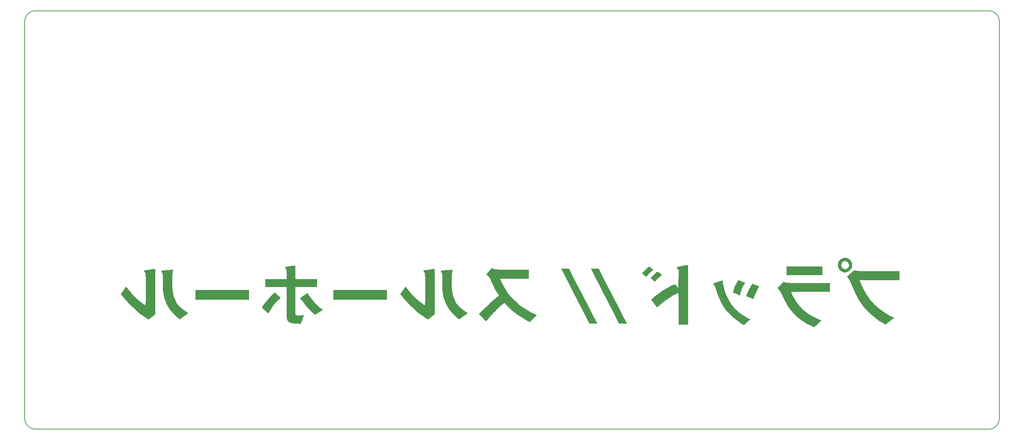
<source format=gbr>
%TF.GenerationSoftware,KiCad,Pcbnew,(5.1.2-1)-1*%
%TF.CreationDate,2019-08-21T16:13:26-07:00*%
%TF.ProjectId,plaid_bottom,706c6169-645f-4626-9f74-746f6d2e6b69,rev?*%
%TF.SameCoordinates,PX2faf080PY2faf080*%
%TF.FileFunction,Legend,Bot*%
%TF.FilePolarity,Positive*%
%FSLAX46Y46*%
G04 Gerber Fmt 4.6, Leading zero omitted, Abs format (unit mm)*
G04 Created by KiCad (PCBNEW (5.1.2-1)-1) date 2019-08-21 16:13:26*
%MOMM*%
%LPD*%
G04 APERTURE LIST*
%ADD10C,0.150000*%
%ADD11C,0.010000*%
G04 APERTURE END LIST*
D10*
X2500000Y-98000000D02*
G75*
G02X0Y-95500000I0J2500000D01*
G01*
X228000000Y-95500000D02*
G75*
G02X225500000Y-98000000I-2500000J0D01*
G01*
X225500000Y0D02*
G75*
G02X228000000Y-2500000I0J-2500000D01*
G01*
X0Y-2500000D02*
G75*
G02X2500000Y0I2500000J0D01*
G01*
X0Y-95500000D02*
X0Y-2500000D01*
X225500000Y-98000000D02*
X2500000Y-98000000D01*
X228000000Y-2500000D02*
X228000000Y-95500000D01*
X194500000Y0D02*
X225500000Y0D01*
X194500000Y0D02*
X2500000Y0D01*
D11*
G36*
X191610258Y-57866290D02*
G01*
X191205202Y-57989155D01*
X190841678Y-58211081D01*
X190541747Y-58520932D01*
X190327473Y-58907574D01*
X190220918Y-59359872D01*
X190244144Y-59866691D01*
X190288392Y-60059871D01*
X190491873Y-60501542D01*
X190811673Y-60848208D01*
X191215615Y-61086245D01*
X191671519Y-61202024D01*
X192147209Y-61181920D01*
X192578516Y-61029667D01*
X192859740Y-60833697D01*
X193125684Y-60573844D01*
X193205666Y-60472040D01*
X193346806Y-60248885D01*
X193423730Y-60043208D01*
X193455001Y-59786414D01*
X193459666Y-59533334D01*
X192824666Y-59533334D01*
X192752060Y-59906156D01*
X192557287Y-60209561D01*
X192274915Y-60422715D01*
X191939512Y-60524783D01*
X191585646Y-60494932D01*
X191378598Y-60404887D01*
X191136044Y-60182360D01*
X190954059Y-59871514D01*
X190877585Y-59550493D01*
X190877333Y-59533333D01*
X190952556Y-59171801D01*
X191153621Y-58856909D01*
X191443625Y-58627013D01*
X191785662Y-58520468D01*
X191854899Y-58517333D01*
X192187117Y-58595214D01*
X192484366Y-58801796D01*
X192707902Y-59096490D01*
X192818981Y-59438705D01*
X192824666Y-59533334D01*
X193459666Y-59533334D01*
X193449519Y-59197073D01*
X193406598Y-58960218D01*
X193312188Y-58753429D01*
X193204534Y-58588127D01*
X192853982Y-58203403D01*
X192456710Y-57962279D01*
X192034781Y-57853619D01*
X191610258Y-57866290D01*
X191610258Y-57866290D01*
G37*
X191610258Y-57866290D02*
X191205202Y-57989155D01*
X190841678Y-58211081D01*
X190541747Y-58520932D01*
X190327473Y-58907574D01*
X190220918Y-59359872D01*
X190244144Y-59866691D01*
X190288392Y-60059871D01*
X190491873Y-60501542D01*
X190811673Y-60848208D01*
X191215615Y-61086245D01*
X191671519Y-61202024D01*
X192147209Y-61181920D01*
X192578516Y-61029667D01*
X192859740Y-60833697D01*
X193125684Y-60573844D01*
X193205666Y-60472040D01*
X193346806Y-60248885D01*
X193423730Y-60043208D01*
X193455001Y-59786414D01*
X193459666Y-59533334D01*
X192824666Y-59533334D01*
X192752060Y-59906156D01*
X192557287Y-60209561D01*
X192274915Y-60422715D01*
X191939512Y-60524783D01*
X191585646Y-60494932D01*
X191378598Y-60404887D01*
X191136044Y-60182360D01*
X190954059Y-59871514D01*
X190877585Y-59550493D01*
X190877333Y-59533333D01*
X190952556Y-59171801D01*
X191153621Y-58856909D01*
X191443625Y-58627013D01*
X191785662Y-58520468D01*
X191854899Y-58517333D01*
X192187117Y-58595214D01*
X192484366Y-58801796D01*
X192707902Y-59096490D01*
X192818981Y-59438705D01*
X192824666Y-59533334D01*
X193459666Y-59533334D01*
X193449519Y-59197073D01*
X193406598Y-58960218D01*
X193312188Y-58753429D01*
X193204534Y-58588127D01*
X192853982Y-58203403D01*
X192456710Y-57962279D01*
X192034781Y-57853619D01*
X191610258Y-57866290D01*
G36*
X178177333Y-61819334D02*
G01*
X186474666Y-61819334D01*
X186474666Y-59872000D01*
X178177333Y-59872000D01*
X178177333Y-61819334D01*
X178177333Y-61819334D01*
G37*
X178177333Y-61819334D02*
X186474666Y-61819334D01*
X186474666Y-59872000D01*
X178177333Y-59872000D01*
X178177333Y-61819334D01*
G36*
X145900479Y-60003778D02*
G01*
X145720995Y-60131704D01*
X145477678Y-60356330D01*
X145144255Y-60686719D01*
X145051185Y-60779491D01*
X144394704Y-61433174D01*
X144754852Y-61753851D01*
X145029113Y-61993150D01*
X145215759Y-62122941D01*
X145354150Y-62145746D01*
X145483648Y-62064086D01*
X145643613Y-61880483D01*
X145696786Y-61814193D01*
X145949335Y-61532982D01*
X146260802Y-61232284D01*
X146485581Y-61040611D01*
X146946590Y-60676334D01*
X146505572Y-60277811D01*
X146318677Y-60109568D01*
X146173045Y-60001773D01*
X146042404Y-59963489D01*
X145900479Y-60003778D01*
X145900479Y-60003778D01*
G37*
X145900479Y-60003778D02*
X145720995Y-60131704D01*
X145477678Y-60356330D01*
X145144255Y-60686719D01*
X145051185Y-60779491D01*
X144394704Y-61433174D01*
X144754852Y-61753851D01*
X145029113Y-61993150D01*
X145215759Y-62122941D01*
X145354150Y-62145746D01*
X145483648Y-62064086D01*
X145643613Y-61880483D01*
X145696786Y-61814193D01*
X145949335Y-61532982D01*
X146260802Y-61232284D01*
X146485581Y-61040611D01*
X146946590Y-60676334D01*
X146505572Y-60277811D01*
X146318677Y-60109568D01*
X146173045Y-60001773D01*
X146042404Y-59963489D01*
X145900479Y-60003778D01*
G36*
X147864043Y-61169267D02*
G01*
X147592659Y-61387662D01*
X147259480Y-61695266D01*
X146909431Y-62049815D01*
X146782536Y-62186738D01*
X146418072Y-62587598D01*
X146867202Y-62963645D01*
X147096683Y-63151276D01*
X147272480Y-63286626D01*
X147357736Y-63341362D01*
X147358666Y-63341471D01*
X147431042Y-63283175D01*
X147579825Y-63128724D01*
X147770239Y-62914493D01*
X148045287Y-62621076D01*
X148359515Y-62322987D01*
X148552869Y-62158968D01*
X148966260Y-61832201D01*
X148485567Y-61450867D01*
X148223687Y-61252608D01*
X148052193Y-61152884D01*
X147936463Y-61136010D01*
X147864043Y-61169267D01*
X147864043Y-61169267D01*
G37*
X147864043Y-61169267D02*
X147592659Y-61387662D01*
X147259480Y-61695266D01*
X146909431Y-62049815D01*
X146782536Y-62186738D01*
X146418072Y-62587598D01*
X146867202Y-62963645D01*
X147096683Y-63151276D01*
X147272480Y-63286626D01*
X147357736Y-63341362D01*
X147358666Y-63341471D01*
X147431042Y-63283175D01*
X147579825Y-63128724D01*
X147770239Y-62914493D01*
X148045287Y-62621076D01*
X148359515Y-62322987D01*
X148552869Y-62158968D01*
X148966260Y-61832201D01*
X148485567Y-61450867D01*
X148223687Y-61252608D01*
X148052193Y-61152884D01*
X147936463Y-61136010D01*
X147864043Y-61169267D01*
G36*
X166862577Y-63168490D02*
G01*
X166734402Y-63352498D01*
X166574243Y-63639733D01*
X166395817Y-64002528D01*
X166212841Y-64413212D01*
X166039032Y-64844117D01*
X165908619Y-65206000D01*
X165665723Y-65925667D01*
X166016028Y-66065415D01*
X166309860Y-66182483D01*
X166652640Y-66318846D01*
X166802275Y-66378306D01*
X167238217Y-66551449D01*
X167292139Y-66264020D01*
X167372323Y-65971715D01*
X167515355Y-65577272D01*
X167702093Y-65126713D01*
X167913394Y-64666060D01*
X168130116Y-64241335D01*
X168144118Y-64215735D01*
X168432441Y-63691136D01*
X167738054Y-63422570D01*
X167413795Y-63297105D01*
X167145341Y-63193136D01*
X166975416Y-63127214D01*
X166945050Y-63115380D01*
X166862577Y-63168490D01*
X166862577Y-63168490D01*
G37*
X166862577Y-63168490D02*
X166734402Y-63352498D01*
X166574243Y-63639733D01*
X166395817Y-64002528D01*
X166212841Y-64413212D01*
X166039032Y-64844117D01*
X165908619Y-65206000D01*
X165665723Y-65925667D01*
X166016028Y-66065415D01*
X166309860Y-66182483D01*
X166652640Y-66318846D01*
X166802275Y-66378306D01*
X167238217Y-66551449D01*
X167292139Y-66264020D01*
X167372323Y-65971715D01*
X167515355Y-65577272D01*
X167702093Y-65126713D01*
X167913394Y-64666060D01*
X168130116Y-64241335D01*
X168144118Y-64215735D01*
X168432441Y-63691136D01*
X167738054Y-63422570D01*
X167413795Y-63297105D01*
X167145341Y-63193136D01*
X166975416Y-63127214D01*
X166945050Y-63115380D01*
X166862577Y-63168490D01*
G36*
X169799939Y-64511037D02*
G01*
X169608490Y-64857507D01*
X169395823Y-65280597D01*
X169185399Y-65729532D01*
X169000679Y-66153540D01*
X168865122Y-66501845D01*
X168828395Y-66613671D01*
X168826604Y-66772163D01*
X168925126Y-66836817D01*
X169071013Y-66885380D01*
X169327753Y-66976941D01*
X169647863Y-67094465D01*
X169758701Y-67135814D01*
X170441735Y-67391670D01*
X170543707Y-67010408D01*
X170642525Y-66723795D01*
X170807206Y-66334627D01*
X171017369Y-65886074D01*
X171252637Y-65421309D01*
X171492630Y-64983503D01*
X171534905Y-64910642D01*
X171748303Y-64546505D01*
X171385651Y-64420361D01*
X171085785Y-64311563D01*
X170737942Y-64179175D01*
X170580969Y-64117317D01*
X170138938Y-63940417D01*
X169799939Y-64511037D01*
X169799939Y-64511037D01*
G37*
X169799939Y-64511037D02*
X169608490Y-64857507D01*
X169395823Y-65280597D01*
X169185399Y-65729532D01*
X169000679Y-66153540D01*
X168865122Y-66501845D01*
X168828395Y-66613671D01*
X168826604Y-66772163D01*
X168925126Y-66836817D01*
X169071013Y-66885380D01*
X169327753Y-66976941D01*
X169647863Y-67094465D01*
X169758701Y-67135814D01*
X170441735Y-67391670D01*
X170543707Y-67010408D01*
X170642525Y-66723795D01*
X170807206Y-66334627D01*
X171017369Y-65886074D01*
X171252637Y-65421309D01*
X171492630Y-64983503D01*
X171534905Y-64910642D01*
X171748303Y-64546505D01*
X171385651Y-64420361D01*
X171085785Y-64311563D01*
X170737942Y-64179175D01*
X170580969Y-64117317D01*
X170138938Y-63940417D01*
X169799939Y-64511037D01*
G36*
X39916666Y-67576667D02*
G01*
X52362666Y-67576667D01*
X52362666Y-65375334D01*
X39916666Y-65375334D01*
X39916666Y-67576667D01*
X39916666Y-67576667D01*
G37*
X39916666Y-67576667D02*
X52362666Y-67576667D01*
X52362666Y-65375334D01*
X39916666Y-65375334D01*
X39916666Y-67576667D01*
G36*
X72174666Y-67576667D02*
G01*
X84620666Y-67576667D01*
X84620666Y-65375334D01*
X72174666Y-65375334D01*
X72174666Y-67576667D01*
X72174666Y-67576667D01*
G37*
X72174666Y-67576667D02*
X84620666Y-67576667D01*
X84620666Y-65375334D01*
X72174666Y-65375334D01*
X72174666Y-67576667D01*
G36*
X57780809Y-66582234D02*
G01*
X57492183Y-66886334D01*
X57173488Y-67246941D01*
X56841364Y-67642313D01*
X56512452Y-68050710D01*
X56203391Y-68450390D01*
X55930822Y-68819611D01*
X55711384Y-69136633D01*
X55561718Y-69379713D01*
X55498464Y-69527110D01*
X55503665Y-69557476D01*
X55579257Y-69620307D01*
X55758169Y-69766980D01*
X56012328Y-69974526D01*
X56266517Y-70181612D01*
X56995367Y-70774825D01*
X57305114Y-70245320D01*
X58073438Y-69070955D01*
X58930496Y-68017381D01*
X59123770Y-67809988D01*
X59767308Y-67136405D01*
X59388154Y-66804577D01*
X59113602Y-66567518D01*
X58832485Y-66329717D01*
X58700988Y-66220775D01*
X58392977Y-65968801D01*
X57780809Y-66582234D01*
X57780809Y-66582234D01*
G37*
X57780809Y-66582234D02*
X57492183Y-66886334D01*
X57173488Y-67246941D01*
X56841364Y-67642313D01*
X56512452Y-68050710D01*
X56203391Y-68450390D01*
X55930822Y-68819611D01*
X55711384Y-69136633D01*
X55561718Y-69379713D01*
X55498464Y-69527110D01*
X55503665Y-69557476D01*
X55579257Y-69620307D01*
X55758169Y-69766980D01*
X56012328Y-69974526D01*
X56266517Y-70181612D01*
X56995367Y-70774825D01*
X57305114Y-70245320D01*
X58073438Y-69070955D01*
X58930496Y-68017381D01*
X59123770Y-67809988D01*
X59767308Y-67136405D01*
X59388154Y-66804577D01*
X59113602Y-66567518D01*
X58832485Y-66329717D01*
X58700988Y-66220775D01*
X58392977Y-65968801D01*
X57780809Y-66582234D01*
G36*
X66041712Y-66181645D02*
G01*
X65861214Y-66287585D01*
X65611763Y-66446166D01*
X65327753Y-66634464D01*
X65043576Y-66829550D01*
X64793626Y-67008499D01*
X64612297Y-67148385D01*
X64575833Y-67179838D01*
X64419534Y-67350625D01*
X64410845Y-67466899D01*
X64550489Y-67558401D01*
X64585391Y-67572253D01*
X64720359Y-67673000D01*
X64915311Y-67879627D01*
X65137823Y-68156117D01*
X65250464Y-68310991D01*
X65537388Y-68700442D01*
X65872671Y-69126842D01*
X66191605Y-69508320D01*
X66242671Y-69566334D01*
X66496635Y-69842446D01*
X66785630Y-70141876D01*
X67084034Y-70439892D01*
X67366223Y-70711768D01*
X67606573Y-70932774D01*
X67779460Y-71078182D01*
X67856666Y-71123952D01*
X67942327Y-71079258D01*
X68132648Y-70963178D01*
X68391280Y-70798078D01*
X68474693Y-70743684D01*
X68791291Y-70540700D01*
X69094262Y-70353925D01*
X69323960Y-70220031D01*
X69345252Y-70208462D01*
X69640118Y-70050424D01*
X69225771Y-69746265D01*
X68866470Y-69449858D01*
X68443825Y-69049303D01*
X67990408Y-68580001D01*
X67538791Y-68077354D01*
X67121545Y-67576763D01*
X66771242Y-67113628D01*
X66675397Y-66974318D01*
X66461764Y-66655012D01*
X66284402Y-66391682D01*
X66163237Y-66213797D01*
X66118862Y-66151274D01*
X66041712Y-66181645D01*
X66041712Y-66181645D01*
G37*
X66041712Y-66181645D02*
X65861214Y-66287585D01*
X65611763Y-66446166D01*
X65327753Y-66634464D01*
X65043576Y-66829550D01*
X64793626Y-67008499D01*
X64612297Y-67148385D01*
X64575833Y-67179838D01*
X64419534Y-67350625D01*
X64410845Y-67466899D01*
X64550489Y-67558401D01*
X64585391Y-67572253D01*
X64720359Y-67673000D01*
X64915311Y-67879627D01*
X65137823Y-68156117D01*
X65250464Y-68310991D01*
X65537388Y-68700442D01*
X65872671Y-69126842D01*
X66191605Y-69508320D01*
X66242671Y-69566334D01*
X66496635Y-69842446D01*
X66785630Y-70141876D01*
X67084034Y-70439892D01*
X67366223Y-70711768D01*
X67606573Y-70932774D01*
X67779460Y-71078182D01*
X67856666Y-71123952D01*
X67942327Y-71079258D01*
X68132648Y-70963178D01*
X68391280Y-70798078D01*
X68474693Y-70743684D01*
X68791291Y-70540700D01*
X69094262Y-70353925D01*
X69323960Y-70220031D01*
X69345252Y-70208462D01*
X69640118Y-70050424D01*
X69225771Y-69746265D01*
X68866470Y-69449858D01*
X68443825Y-69049303D01*
X67990408Y-68580001D01*
X67538791Y-68077354D01*
X67121545Y-67576763D01*
X66771242Y-67113628D01*
X66675397Y-66974318D01*
X66461764Y-66655012D01*
X66284402Y-66391682D01*
X66163237Y-66213797D01*
X66118862Y-66151274D01*
X66041712Y-66181645D01*
G36*
X30158833Y-60493363D02*
G01*
X29955526Y-60523604D01*
X29636591Y-60565592D01*
X29254713Y-60612534D01*
X29037330Y-60637958D01*
X28559931Y-60699190D01*
X28232386Y-60759670D01*
X28035413Y-60826805D01*
X27949727Y-60908000D01*
X27956047Y-61010658D01*
X27972968Y-61046685D01*
X28110397Y-61234020D01*
X28185711Y-61307497D01*
X28217295Y-61349900D01*
X28243477Y-61429646D01*
X28264747Y-61561309D01*
X28281596Y-61759463D01*
X28294515Y-62038684D01*
X28303994Y-62413546D01*
X28310524Y-62898622D01*
X28314597Y-63508489D01*
X28316703Y-64257720D01*
X28317332Y-65160891D01*
X28317333Y-65216367D01*
X28316263Y-66000191D01*
X28313202Y-66729465D01*
X28308369Y-67387268D01*
X28301986Y-67956680D01*
X28294275Y-68420781D01*
X28285456Y-68762649D01*
X28275751Y-68965365D01*
X28267670Y-69016000D01*
X28180641Y-68970957D01*
X27988634Y-68850184D01*
X27725279Y-68675219D01*
X27573522Y-68571500D01*
X27168267Y-68264922D01*
X26690198Y-67860155D01*
X26173640Y-67390139D01*
X25652918Y-66887817D01*
X25162355Y-66386128D01*
X24736278Y-65918015D01*
X24459927Y-65583404D01*
X24225992Y-65281137D01*
X24017790Y-65012168D01*
X23866360Y-64816595D01*
X23821025Y-64758074D01*
X23760934Y-64691586D01*
X23700758Y-64675394D01*
X23621726Y-64727759D01*
X23505065Y-64866945D01*
X23332006Y-65111212D01*
X23090588Y-65468667D01*
X22496125Y-66354698D01*
X23125902Y-67113849D01*
X23834924Y-67926536D01*
X24609345Y-68739458D01*
X25423037Y-69529183D01*
X26249874Y-70272282D01*
X27063727Y-70945324D01*
X27838470Y-71524878D01*
X28547975Y-71987513D01*
X28584601Y-72009109D01*
X28952879Y-72224935D01*
X29693439Y-71658008D01*
X30434000Y-71091082D01*
X30434000Y-60445822D01*
X30158833Y-60493363D01*
X30158833Y-60493363D01*
G37*
X30158833Y-60493363D02*
X29955526Y-60523604D01*
X29636591Y-60565592D01*
X29254713Y-60612534D01*
X29037330Y-60637958D01*
X28559931Y-60699190D01*
X28232386Y-60759670D01*
X28035413Y-60826805D01*
X27949727Y-60908000D01*
X27956047Y-61010658D01*
X27972968Y-61046685D01*
X28110397Y-61234020D01*
X28185711Y-61307497D01*
X28217295Y-61349900D01*
X28243477Y-61429646D01*
X28264747Y-61561309D01*
X28281596Y-61759463D01*
X28294515Y-62038684D01*
X28303994Y-62413546D01*
X28310524Y-62898622D01*
X28314597Y-63508489D01*
X28316703Y-64257720D01*
X28317332Y-65160891D01*
X28317333Y-65216367D01*
X28316263Y-66000191D01*
X28313202Y-66729465D01*
X28308369Y-67387268D01*
X28301986Y-67956680D01*
X28294275Y-68420781D01*
X28285456Y-68762649D01*
X28275751Y-68965365D01*
X28267670Y-69016000D01*
X28180641Y-68970957D01*
X27988634Y-68850184D01*
X27725279Y-68675219D01*
X27573522Y-68571500D01*
X27168267Y-68264922D01*
X26690198Y-67860155D01*
X26173640Y-67390139D01*
X25652918Y-66887817D01*
X25162355Y-66386128D01*
X24736278Y-65918015D01*
X24459927Y-65583404D01*
X24225992Y-65281137D01*
X24017790Y-65012168D01*
X23866360Y-64816595D01*
X23821025Y-64758074D01*
X23760934Y-64691586D01*
X23700758Y-64675394D01*
X23621726Y-64727759D01*
X23505065Y-64866945D01*
X23332006Y-65111212D01*
X23090588Y-65468667D01*
X22496125Y-66354698D01*
X23125902Y-67113849D01*
X23834924Y-67926536D01*
X24609345Y-68739458D01*
X25423037Y-69529183D01*
X26249874Y-70272282D01*
X27063727Y-70945324D01*
X27838470Y-71524878D01*
X28547975Y-71987513D01*
X28584601Y-72009109D01*
X28952879Y-72224935D01*
X29693439Y-71658008D01*
X30434000Y-71091082D01*
X30434000Y-60445822D01*
X30158833Y-60493363D01*
G36*
X33530266Y-60740959D02*
G01*
X33097778Y-60768630D01*
X32712566Y-60797719D01*
X32413671Y-60824973D01*
X32240134Y-60847141D01*
X32229541Y-60849316D01*
X32036295Y-60947322D01*
X31984592Y-61096516D01*
X32085309Y-61255640D01*
X32116203Y-61279200D01*
X32175434Y-61327071D01*
X32220059Y-61391495D01*
X32252145Y-61494948D01*
X32273762Y-61659905D01*
X32286979Y-61908841D01*
X32293864Y-62264233D01*
X32296486Y-62748555D01*
X32296905Y-63242301D01*
X32301481Y-63841365D01*
X32314100Y-64436556D01*
X32333329Y-64988069D01*
X32357733Y-65456096D01*
X32385879Y-65800832D01*
X32390524Y-65841000D01*
X32611527Y-67020192D01*
X32974953Y-68152715D01*
X33469815Y-69208329D01*
X33826576Y-69794179D01*
X34038100Y-70074211D01*
X34339711Y-70427256D01*
X34697654Y-70818223D01*
X35078172Y-71212021D01*
X35447510Y-71573560D01*
X35771913Y-71867749D01*
X35982570Y-72035434D01*
X36233666Y-72213740D01*
X36487666Y-72022009D01*
X36666473Y-71889027D01*
X36938120Y-71689318D01*
X37258259Y-71455421D01*
X37443374Y-71320774D01*
X38145082Y-70811269D01*
X37528041Y-70405682D01*
X36985932Y-70002753D01*
X36448135Y-69519672D01*
X35957421Y-68999866D01*
X35556564Y-68486762D01*
X35406110Y-68251295D01*
X35083760Y-67591408D01*
X34810719Y-66817397D01*
X34602991Y-65981167D01*
X34493225Y-65290667D01*
X34461662Y-64895348D01*
X34442695Y-64387215D01*
X34435626Y-63804588D01*
X34439755Y-63185792D01*
X34454385Y-62569150D01*
X34478815Y-61992983D01*
X34512348Y-61495615D01*
X34554283Y-61115369D01*
X34571211Y-61015000D01*
X34636866Y-60676334D01*
X33530266Y-60740959D01*
X33530266Y-60740959D01*
G37*
X33530266Y-60740959D02*
X33097778Y-60768630D01*
X32712566Y-60797719D01*
X32413671Y-60824973D01*
X32240134Y-60847141D01*
X32229541Y-60849316D01*
X32036295Y-60947322D01*
X31984592Y-61096516D01*
X32085309Y-61255640D01*
X32116203Y-61279200D01*
X32175434Y-61327071D01*
X32220059Y-61391495D01*
X32252145Y-61494948D01*
X32273762Y-61659905D01*
X32286979Y-61908841D01*
X32293864Y-62264233D01*
X32296486Y-62748555D01*
X32296905Y-63242301D01*
X32301481Y-63841365D01*
X32314100Y-64436556D01*
X32333329Y-64988069D01*
X32357733Y-65456096D01*
X32385879Y-65800832D01*
X32390524Y-65841000D01*
X32611527Y-67020192D01*
X32974953Y-68152715D01*
X33469815Y-69208329D01*
X33826576Y-69794179D01*
X34038100Y-70074211D01*
X34339711Y-70427256D01*
X34697654Y-70818223D01*
X35078172Y-71212021D01*
X35447510Y-71573560D01*
X35771913Y-71867749D01*
X35982570Y-72035434D01*
X36233666Y-72213740D01*
X36487666Y-72022009D01*
X36666473Y-71889027D01*
X36938120Y-71689318D01*
X37258259Y-71455421D01*
X37443374Y-71320774D01*
X38145082Y-70811269D01*
X37528041Y-70405682D01*
X36985932Y-70002753D01*
X36448135Y-69519672D01*
X35957421Y-68999866D01*
X35556564Y-68486762D01*
X35406110Y-68251295D01*
X35083760Y-67591408D01*
X34810719Y-66817397D01*
X34602991Y-65981167D01*
X34493225Y-65290667D01*
X34461662Y-64895348D01*
X34442695Y-64387215D01*
X34435626Y-63804588D01*
X34439755Y-63185792D01*
X34454385Y-62569150D01*
X34478815Y-61992983D01*
X34512348Y-61495615D01*
X34554283Y-61115369D01*
X34571211Y-61015000D01*
X34636866Y-60676334D01*
X33530266Y-60740959D01*
G36*
X95521500Y-60493363D02*
G01*
X95318193Y-60523604D01*
X94999258Y-60565592D01*
X94617380Y-60612534D01*
X94399997Y-60637958D01*
X93922598Y-60699190D01*
X93595053Y-60759670D01*
X93398079Y-60826805D01*
X93312394Y-60908000D01*
X93318713Y-61010658D01*
X93335634Y-61046685D01*
X93473063Y-61234020D01*
X93548377Y-61307497D01*
X93579962Y-61349900D01*
X93606143Y-61429646D01*
X93627413Y-61561309D01*
X93644262Y-61759463D01*
X93657181Y-62038684D01*
X93666660Y-62413546D01*
X93673191Y-62898622D01*
X93677264Y-63508489D01*
X93679369Y-64257720D01*
X93679998Y-65160891D01*
X93680000Y-65216367D01*
X93678930Y-66000191D01*
X93675868Y-66729465D01*
X93671035Y-67387268D01*
X93664653Y-67956680D01*
X93656942Y-68420781D01*
X93648123Y-68762649D01*
X93638418Y-68965365D01*
X93630337Y-69016000D01*
X93543308Y-68970957D01*
X93351300Y-68850184D01*
X93087946Y-68675219D01*
X92936189Y-68571500D01*
X92530934Y-68264922D01*
X92052865Y-67860155D01*
X91536307Y-67390139D01*
X91015584Y-66887817D01*
X90525022Y-66386128D01*
X90098944Y-65918015D01*
X89822594Y-65583404D01*
X89588659Y-65281137D01*
X89380457Y-65012168D01*
X89229027Y-64816595D01*
X89183691Y-64758074D01*
X89123600Y-64691586D01*
X89063424Y-64675394D01*
X88984392Y-64727759D01*
X88867732Y-64866945D01*
X88694672Y-65111212D01*
X88453254Y-65468667D01*
X87858792Y-66354698D01*
X88488569Y-67113849D01*
X89197591Y-67926536D01*
X89972011Y-68739458D01*
X90785704Y-69529183D01*
X91612540Y-70272282D01*
X92426394Y-70945324D01*
X93201137Y-71524878D01*
X93910642Y-71987513D01*
X93947267Y-72009109D01*
X94315545Y-72224935D01*
X95056106Y-71658008D01*
X95796666Y-71091082D01*
X95796666Y-60445822D01*
X95521500Y-60493363D01*
X95521500Y-60493363D01*
G37*
X95521500Y-60493363D02*
X95318193Y-60523604D01*
X94999258Y-60565592D01*
X94617380Y-60612534D01*
X94399997Y-60637958D01*
X93922598Y-60699190D01*
X93595053Y-60759670D01*
X93398079Y-60826805D01*
X93312394Y-60908000D01*
X93318713Y-61010658D01*
X93335634Y-61046685D01*
X93473063Y-61234020D01*
X93548377Y-61307497D01*
X93579962Y-61349900D01*
X93606143Y-61429646D01*
X93627413Y-61561309D01*
X93644262Y-61759463D01*
X93657181Y-62038684D01*
X93666660Y-62413546D01*
X93673191Y-62898622D01*
X93677264Y-63508489D01*
X93679369Y-64257720D01*
X93679998Y-65160891D01*
X93680000Y-65216367D01*
X93678930Y-66000191D01*
X93675868Y-66729465D01*
X93671035Y-67387268D01*
X93664653Y-67956680D01*
X93656942Y-68420781D01*
X93648123Y-68762649D01*
X93638418Y-68965365D01*
X93630337Y-69016000D01*
X93543308Y-68970957D01*
X93351300Y-68850184D01*
X93087946Y-68675219D01*
X92936189Y-68571500D01*
X92530934Y-68264922D01*
X92052865Y-67860155D01*
X91536307Y-67390139D01*
X91015584Y-66887817D01*
X90525022Y-66386128D01*
X90098944Y-65918015D01*
X89822594Y-65583404D01*
X89588659Y-65281137D01*
X89380457Y-65012168D01*
X89229027Y-64816595D01*
X89183691Y-64758074D01*
X89123600Y-64691586D01*
X89063424Y-64675394D01*
X88984392Y-64727759D01*
X88867732Y-64866945D01*
X88694672Y-65111212D01*
X88453254Y-65468667D01*
X87858792Y-66354698D01*
X88488569Y-67113849D01*
X89197591Y-67926536D01*
X89972011Y-68739458D01*
X90785704Y-69529183D01*
X91612540Y-70272282D01*
X92426394Y-70945324D01*
X93201137Y-71524878D01*
X93910642Y-71987513D01*
X93947267Y-72009109D01*
X94315545Y-72224935D01*
X95056106Y-71658008D01*
X95796666Y-71091082D01*
X95796666Y-60445822D01*
X95521500Y-60493363D01*
G36*
X98892933Y-60740959D02*
G01*
X98460445Y-60768630D01*
X98075232Y-60797719D01*
X97776337Y-60824973D01*
X97602801Y-60847141D01*
X97592208Y-60849316D01*
X97398962Y-60947322D01*
X97347258Y-61096516D01*
X97447976Y-61255640D01*
X97478870Y-61279200D01*
X97538101Y-61327071D01*
X97582725Y-61391495D01*
X97614812Y-61494948D01*
X97636429Y-61659905D01*
X97649645Y-61908841D01*
X97656531Y-62264233D01*
X97659153Y-62748555D01*
X97659572Y-63242301D01*
X97664148Y-63841365D01*
X97676767Y-64436556D01*
X97695996Y-64988069D01*
X97720400Y-65456096D01*
X97748545Y-65800832D01*
X97753191Y-65841000D01*
X97974194Y-67020192D01*
X98337620Y-68152715D01*
X98832482Y-69208329D01*
X99189243Y-69794179D01*
X99400767Y-70074211D01*
X99702378Y-70427256D01*
X100060321Y-70818223D01*
X100440839Y-71212021D01*
X100810177Y-71573560D01*
X101134580Y-71867749D01*
X101345237Y-72035434D01*
X101596333Y-72213740D01*
X101850333Y-72022009D01*
X102029140Y-71889027D01*
X102300786Y-71689318D01*
X102620926Y-71455421D01*
X102806041Y-71320774D01*
X103507749Y-70811269D01*
X102890708Y-70405682D01*
X102348599Y-70002753D01*
X101810802Y-69519672D01*
X101320088Y-68999866D01*
X100919231Y-68486762D01*
X100768777Y-68251295D01*
X100446427Y-67591408D01*
X100173386Y-66817397D01*
X99965658Y-65981167D01*
X99855892Y-65290667D01*
X99824328Y-64895348D01*
X99805361Y-64387215D01*
X99798292Y-63804588D01*
X99802422Y-63185792D01*
X99817052Y-62569150D01*
X99841482Y-61992983D01*
X99875015Y-61495615D01*
X99916950Y-61115369D01*
X99933878Y-61015000D01*
X99999533Y-60676334D01*
X98892933Y-60740959D01*
X98892933Y-60740959D01*
G37*
X98892933Y-60740959D02*
X98460445Y-60768630D01*
X98075232Y-60797719D01*
X97776337Y-60824973D01*
X97602801Y-60847141D01*
X97592208Y-60849316D01*
X97398962Y-60947322D01*
X97347258Y-61096516D01*
X97447976Y-61255640D01*
X97478870Y-61279200D01*
X97538101Y-61327071D01*
X97582725Y-61391495D01*
X97614812Y-61494948D01*
X97636429Y-61659905D01*
X97649645Y-61908841D01*
X97656531Y-62264233D01*
X97659153Y-62748555D01*
X97659572Y-63242301D01*
X97664148Y-63841365D01*
X97676767Y-64436556D01*
X97695996Y-64988069D01*
X97720400Y-65456096D01*
X97748545Y-65800832D01*
X97753191Y-65841000D01*
X97974194Y-67020192D01*
X98337620Y-68152715D01*
X98832482Y-69208329D01*
X99189243Y-69794179D01*
X99400767Y-70074211D01*
X99702378Y-70427256D01*
X100060321Y-70818223D01*
X100440839Y-71212021D01*
X100810177Y-71573560D01*
X101134580Y-71867749D01*
X101345237Y-72035434D01*
X101596333Y-72213740D01*
X101850333Y-72022009D01*
X102029140Y-71889027D01*
X102300786Y-71689318D01*
X102620926Y-71455421D01*
X102806041Y-71320774D01*
X103507749Y-70811269D01*
X102890708Y-70405682D01*
X102348599Y-70002753D01*
X101810802Y-69519672D01*
X101320088Y-68999866D01*
X100919231Y-68486762D01*
X100768777Y-68251295D01*
X100446427Y-67591408D01*
X100173386Y-66817397D01*
X99965658Y-65981167D01*
X99855892Y-65290667D01*
X99824328Y-64895348D01*
X99805361Y-64387215D01*
X99798292Y-63804588D01*
X99802422Y-63185792D01*
X99817052Y-62569150D01*
X99841482Y-61992983D01*
X99875015Y-61495615D01*
X99916950Y-61115369D01*
X99933878Y-61015000D01*
X99999533Y-60676334D01*
X98892933Y-60740959D01*
G36*
X108643566Y-60987431D02*
G01*
X107981714Y-61724771D01*
X108354834Y-62068700D01*
X108522005Y-62241177D01*
X108677697Y-62449059D01*
X108839772Y-62722640D01*
X109026089Y-63092215D01*
X109254509Y-63588078D01*
X109266822Y-63615540D01*
X109511171Y-64138127D01*
X109792869Y-64704462D01*
X110079265Y-65250829D01*
X110337710Y-65713509D01*
X110369700Y-65767805D01*
X110933709Y-66717162D01*
X110202078Y-67295081D01*
X109934718Y-67518446D01*
X109574322Y-67837331D01*
X109147389Y-68227319D01*
X108680419Y-68663991D01*
X108199910Y-69122932D01*
X107872428Y-69441675D01*
X106274410Y-71010351D01*
X107068038Y-71842285D01*
X107861666Y-72674220D01*
X108495350Y-71924610D01*
X109066782Y-71271453D01*
X109684060Y-70605792D01*
X110310580Y-69965076D01*
X110909743Y-69386749D01*
X111436978Y-68915018D01*
X112133623Y-68323496D01*
X112823744Y-69052561D01*
X113883021Y-70070089D01*
X115055755Y-71000687D01*
X116359953Y-71857773D01*
X117305537Y-72391855D01*
X118113408Y-72822254D01*
X119673598Y-71255550D01*
X118381965Y-70601306D01*
X117431483Y-70090902D01*
X116599589Y-69575974D01*
X115838189Y-69022149D01*
X115099191Y-68395059D01*
X114505068Y-67830667D01*
X113758801Y-67054177D01*
X113130034Y-66310460D01*
X112584836Y-65556511D01*
X112129737Y-64820077D01*
X111970010Y-64529350D01*
X111788317Y-64178075D01*
X111600994Y-63800531D01*
X111424377Y-63430998D01*
X111274806Y-63103754D01*
X111168616Y-62853078D01*
X111122144Y-62713249D01*
X111121333Y-62704233D01*
X111202994Y-62695843D01*
X111435951Y-62688090D01*
X111802171Y-62681180D01*
X112283616Y-62675318D01*
X112862251Y-62670712D01*
X113520042Y-62667566D01*
X114238952Y-62666088D01*
X114465666Y-62666000D01*
X117810000Y-62666000D01*
X117810000Y-60634000D01*
X113894166Y-60632607D01*
X112978787Y-60632153D01*
X112217124Y-60631028D01*
X111593561Y-60628528D01*
X111092481Y-60623948D01*
X110698268Y-60616584D01*
X110395304Y-60605729D01*
X110167973Y-60590680D01*
X110000658Y-60570731D01*
X109877743Y-60545178D01*
X109783611Y-60513314D01*
X109702644Y-60474436D01*
X109641876Y-60440653D01*
X109305419Y-60250091D01*
X108643566Y-60987431D01*
X108643566Y-60987431D01*
G37*
X108643566Y-60987431D02*
X107981714Y-61724771D01*
X108354834Y-62068700D01*
X108522005Y-62241177D01*
X108677697Y-62449059D01*
X108839772Y-62722640D01*
X109026089Y-63092215D01*
X109254509Y-63588078D01*
X109266822Y-63615540D01*
X109511171Y-64138127D01*
X109792869Y-64704462D01*
X110079265Y-65250829D01*
X110337710Y-65713509D01*
X110369700Y-65767805D01*
X110933709Y-66717162D01*
X110202078Y-67295081D01*
X109934718Y-67518446D01*
X109574322Y-67837331D01*
X109147389Y-68227319D01*
X108680419Y-68663991D01*
X108199910Y-69122932D01*
X107872428Y-69441675D01*
X106274410Y-71010351D01*
X107068038Y-71842285D01*
X107861666Y-72674220D01*
X108495350Y-71924610D01*
X109066782Y-71271453D01*
X109684060Y-70605792D01*
X110310580Y-69965076D01*
X110909743Y-69386749D01*
X111436978Y-68915018D01*
X112133623Y-68323496D01*
X112823744Y-69052561D01*
X113883021Y-70070089D01*
X115055755Y-71000687D01*
X116359953Y-71857773D01*
X117305537Y-72391855D01*
X118113408Y-72822254D01*
X119673598Y-71255550D01*
X118381965Y-70601306D01*
X117431483Y-70090902D01*
X116599589Y-69575974D01*
X115838189Y-69022149D01*
X115099191Y-68395059D01*
X114505068Y-67830667D01*
X113758801Y-67054177D01*
X113130034Y-66310460D01*
X112584836Y-65556511D01*
X112129737Y-64820077D01*
X111970010Y-64529350D01*
X111788317Y-64178075D01*
X111600994Y-63800531D01*
X111424377Y-63430998D01*
X111274806Y-63103754D01*
X111168616Y-62853078D01*
X111122144Y-62713249D01*
X111121333Y-62704233D01*
X111202994Y-62695843D01*
X111435951Y-62688090D01*
X111802171Y-62681180D01*
X112283616Y-62675318D01*
X112862251Y-62670712D01*
X113520042Y-62667566D01*
X114238952Y-62666088D01*
X114465666Y-62666000D01*
X117810000Y-62666000D01*
X117810000Y-60634000D01*
X113894166Y-60632607D01*
X112978787Y-60632153D01*
X112217124Y-60631028D01*
X111593561Y-60628528D01*
X111092481Y-60623948D01*
X110698268Y-60616584D01*
X110395304Y-60605729D01*
X110167973Y-60590680D01*
X110000658Y-60570731D01*
X109877743Y-60545178D01*
X109783611Y-60513314D01*
X109702644Y-60474436D01*
X109641876Y-60440653D01*
X109305419Y-60250091D01*
X108643566Y-60987431D01*
G36*
X126573392Y-62433167D02*
G01*
X126819414Y-62910972D01*
X127130728Y-63516350D01*
X127495448Y-64226150D01*
X127901690Y-65017220D01*
X128337569Y-65866412D01*
X128791200Y-66750572D01*
X129250699Y-67646552D01*
X129704180Y-68531199D01*
X129853981Y-68823527D01*
X132076333Y-73160720D01*
X132943922Y-73162693D01*
X133811510Y-73164667D01*
X132753274Y-71111500D01*
X132507252Y-70633695D01*
X132195938Y-70028317D01*
X131831218Y-69318517D01*
X131424976Y-68527447D01*
X130989097Y-67678255D01*
X130535466Y-66794095D01*
X130075967Y-65898115D01*
X129622486Y-65013468D01*
X129472686Y-64721140D01*
X127250333Y-60383947D01*
X126382745Y-60381974D01*
X125515156Y-60380000D01*
X126573392Y-62433167D01*
X126573392Y-62433167D01*
G37*
X126573392Y-62433167D02*
X126819414Y-62910972D01*
X127130728Y-63516350D01*
X127495448Y-64226150D01*
X127901690Y-65017220D01*
X128337569Y-65866412D01*
X128791200Y-66750572D01*
X129250699Y-67646552D01*
X129704180Y-68531199D01*
X129853981Y-68823527D01*
X132076333Y-73160720D01*
X132943922Y-73162693D01*
X133811510Y-73164667D01*
X132753274Y-71111500D01*
X132507252Y-70633695D01*
X132195938Y-70028317D01*
X131831218Y-69318517D01*
X131424976Y-68527447D01*
X130989097Y-67678255D01*
X130535466Y-66794095D01*
X130075967Y-65898115D01*
X129622486Y-65013468D01*
X129472686Y-64721140D01*
X127250333Y-60383947D01*
X126382745Y-60381974D01*
X125515156Y-60380000D01*
X126573392Y-62433167D01*
G36*
X133516059Y-62433167D02*
G01*
X133762081Y-62910972D01*
X134073395Y-63516350D01*
X134438115Y-64226150D01*
X134844357Y-65017220D01*
X135280236Y-65866412D01*
X135733867Y-66750572D01*
X136193366Y-67646552D01*
X136646847Y-68531199D01*
X136796647Y-68823527D01*
X139019000Y-73160720D01*
X139886588Y-73162693D01*
X140754177Y-73164667D01*
X139695941Y-71111500D01*
X139449919Y-70633695D01*
X139138605Y-70028317D01*
X138773885Y-69318517D01*
X138367643Y-68527447D01*
X137931764Y-67678255D01*
X137478133Y-66794095D01*
X137018634Y-65898115D01*
X136565153Y-65013468D01*
X136415352Y-64721140D01*
X134193000Y-60383947D01*
X133325411Y-60381974D01*
X132457823Y-60380000D01*
X133516059Y-62433167D01*
X133516059Y-62433167D01*
G37*
X133516059Y-62433167D02*
X133762081Y-62910972D01*
X134073395Y-63516350D01*
X134438115Y-64226150D01*
X134844357Y-65017220D01*
X135280236Y-65866412D01*
X135733867Y-66750572D01*
X136193366Y-67646552D01*
X136646847Y-68531199D01*
X136796647Y-68823527D01*
X139019000Y-73160720D01*
X139886588Y-73162693D01*
X140754177Y-73164667D01*
X139695941Y-71111500D01*
X139449919Y-70633695D01*
X139138605Y-70028317D01*
X138773885Y-69318517D01*
X138367643Y-68527447D01*
X137931764Y-67678255D01*
X137478133Y-66794095D01*
X137018634Y-65898115D01*
X136565153Y-65013468D01*
X136415352Y-64721140D01*
X134193000Y-60383947D01*
X133325411Y-60381974D01*
X132457823Y-60380000D01*
X133516059Y-62433167D01*
G36*
X63009500Y-59705352D02*
G01*
X62812137Y-59720077D01*
X62509821Y-59755898D01*
X62149121Y-59805755D01*
X61776606Y-59862588D01*
X61438846Y-59919334D01*
X61182411Y-59968935D01*
X61062166Y-60000596D01*
X60931169Y-60115058D01*
X60947136Y-60267073D01*
X61083333Y-60399649D01*
X61151254Y-60454436D01*
X61198186Y-60538429D01*
X61227959Y-60680381D01*
X61244406Y-60909048D01*
X61251359Y-61253183D01*
X61252666Y-61670366D01*
X61252666Y-62835334D01*
X56257333Y-62835334D01*
X56257333Y-64613334D01*
X61252666Y-64613334D01*
X61253139Y-68232834D01*
X61255541Y-69235498D01*
X61262373Y-70103709D01*
X61273488Y-70831165D01*
X61288740Y-71411562D01*
X61307982Y-71838600D01*
X61331068Y-72105976D01*
X61344771Y-72180648D01*
X61478645Y-72496774D01*
X61696047Y-72745632D01*
X62014166Y-72935060D01*
X62450192Y-73072892D01*
X63021313Y-73166966D01*
X63620405Y-73218048D01*
X64522898Y-73272862D01*
X64904168Y-72262280D01*
X65285437Y-71251698D01*
X64856552Y-71313001D01*
X64333616Y-71369045D01*
X63890266Y-71379560D01*
X63553354Y-71345596D01*
X63349727Y-71268197D01*
X63333047Y-71253619D01*
X63298736Y-71202454D01*
X63270771Y-71113708D01*
X63248524Y-70971432D01*
X63231369Y-70759671D01*
X63218679Y-70462477D01*
X63209828Y-70063895D01*
X63204189Y-69547976D01*
X63201136Y-68898766D01*
X63200041Y-68100316D01*
X63200000Y-67866953D01*
X63200000Y-64613334D01*
X68280000Y-64613334D01*
X68280000Y-62835334D01*
X63200000Y-62835334D01*
X63200000Y-59702667D01*
X63009500Y-59705352D01*
X63009500Y-59705352D01*
G37*
X63009500Y-59705352D02*
X62812137Y-59720077D01*
X62509821Y-59755898D01*
X62149121Y-59805755D01*
X61776606Y-59862588D01*
X61438846Y-59919334D01*
X61182411Y-59968935D01*
X61062166Y-60000596D01*
X60931169Y-60115058D01*
X60947136Y-60267073D01*
X61083333Y-60399649D01*
X61151254Y-60454436D01*
X61198186Y-60538429D01*
X61227959Y-60680381D01*
X61244406Y-60909048D01*
X61251359Y-61253183D01*
X61252666Y-61670366D01*
X61252666Y-62835334D01*
X56257333Y-62835334D01*
X56257333Y-64613334D01*
X61252666Y-64613334D01*
X61253139Y-68232834D01*
X61255541Y-69235498D01*
X61262373Y-70103709D01*
X61273488Y-70831165D01*
X61288740Y-71411562D01*
X61307982Y-71838600D01*
X61331068Y-72105976D01*
X61344771Y-72180648D01*
X61478645Y-72496774D01*
X61696047Y-72745632D01*
X62014166Y-72935060D01*
X62450192Y-73072892D01*
X63021313Y-73166966D01*
X63620405Y-73218048D01*
X64522898Y-73272862D01*
X64904168Y-72262280D01*
X65285437Y-71251698D01*
X64856552Y-71313001D01*
X64333616Y-71369045D01*
X63890266Y-71379560D01*
X63553354Y-71345596D01*
X63349727Y-71268197D01*
X63333047Y-71253619D01*
X63298736Y-71202454D01*
X63270771Y-71113708D01*
X63248524Y-70971432D01*
X63231369Y-70759671D01*
X63218679Y-70462477D01*
X63209828Y-70063895D01*
X63204189Y-69547976D01*
X63201136Y-68898766D01*
X63200041Y-68100316D01*
X63200000Y-67866953D01*
X63200000Y-64613334D01*
X68280000Y-64613334D01*
X68280000Y-62835334D01*
X63200000Y-62835334D01*
X63200000Y-59702667D01*
X63009500Y-59705352D01*
G36*
X154920229Y-59551733D02*
G01*
X154672374Y-59595905D01*
X154337417Y-59658991D01*
X153954175Y-59733330D01*
X153561465Y-59811258D01*
X153198102Y-59885113D01*
X152902903Y-59947231D01*
X152714685Y-59989950D01*
X152671500Y-60002135D01*
X152544132Y-60095331D01*
X152556956Y-60235342D01*
X152712599Y-60440944D01*
X152736435Y-60466165D01*
X152949537Y-60688595D01*
X152904333Y-65156021D01*
X152533179Y-64586231D01*
X152369211Y-64335167D01*
X152240015Y-64171089D01*
X152112187Y-64091157D01*
X151952324Y-64092533D01*
X151727024Y-64172374D01*
X151402882Y-64327842D01*
X151126333Y-64466620D01*
X150265162Y-64934360D01*
X149342087Y-65501279D01*
X148403385Y-66136285D01*
X147495334Y-66808285D01*
X146781911Y-67385554D01*
X146501489Y-67623217D01*
X147189190Y-68492279D01*
X147876892Y-69361342D01*
X148071560Y-69209838D01*
X148211572Y-69096633D01*
X148447357Y-68901602D01*
X148745571Y-68652473D01*
X149061281Y-68386768D01*
X149874572Y-67745220D01*
X150747565Y-67137154D01*
X151620875Y-66602324D01*
X152155603Y-66315284D01*
X152464720Y-66162432D01*
X152714269Y-66043892D01*
X152867590Y-65976847D01*
X152896436Y-65968000D01*
X152906898Y-66049818D01*
X152916622Y-66283881D01*
X152925377Y-66653099D01*
X152932934Y-67140384D01*
X152939062Y-67728649D01*
X152943531Y-68400803D01*
X152946109Y-69139760D01*
X152946666Y-69693334D01*
X152946666Y-73418667D01*
X155063333Y-73418667D01*
X155063333Y-66476000D01*
X155063081Y-65408154D01*
X155062352Y-64390471D01*
X155061182Y-63435469D01*
X155059610Y-62555661D01*
X155057675Y-61763566D01*
X155055415Y-61071697D01*
X155052867Y-60492571D01*
X155050070Y-60038703D01*
X155047062Y-59722610D01*
X155043881Y-59556807D01*
X155042166Y-59534139D01*
X154920229Y-59551733D01*
X154920229Y-59551733D01*
G37*
X154920229Y-59551733D02*
X154672374Y-59595905D01*
X154337417Y-59658991D01*
X153954175Y-59733330D01*
X153561465Y-59811258D01*
X153198102Y-59885113D01*
X152902903Y-59947231D01*
X152714685Y-59989950D01*
X152671500Y-60002135D01*
X152544132Y-60095331D01*
X152556956Y-60235342D01*
X152712599Y-60440944D01*
X152736435Y-60466165D01*
X152949537Y-60688595D01*
X152904333Y-65156021D01*
X152533179Y-64586231D01*
X152369211Y-64335167D01*
X152240015Y-64171089D01*
X152112187Y-64091157D01*
X151952324Y-64092533D01*
X151727024Y-64172374D01*
X151402882Y-64327842D01*
X151126333Y-64466620D01*
X150265162Y-64934360D01*
X149342087Y-65501279D01*
X148403385Y-66136285D01*
X147495334Y-66808285D01*
X146781911Y-67385554D01*
X146501489Y-67623217D01*
X147189190Y-68492279D01*
X147876892Y-69361342D01*
X148071560Y-69209838D01*
X148211572Y-69096633D01*
X148447357Y-68901602D01*
X148745571Y-68652473D01*
X149061281Y-68386768D01*
X149874572Y-67745220D01*
X150747565Y-67137154D01*
X151620875Y-66602324D01*
X152155603Y-66315284D01*
X152464720Y-66162432D01*
X152714269Y-66043892D01*
X152867590Y-65976847D01*
X152896436Y-65968000D01*
X152906898Y-66049818D01*
X152916622Y-66283881D01*
X152925377Y-66653099D01*
X152932934Y-67140384D01*
X152939062Y-67728649D01*
X152943531Y-68400803D01*
X152946109Y-69139760D01*
X152946666Y-69693334D01*
X152946666Y-73418667D01*
X155063333Y-73418667D01*
X155063333Y-66476000D01*
X155063081Y-65408154D01*
X155062352Y-64390471D01*
X155061182Y-63435469D01*
X155059610Y-62555661D01*
X155057675Y-61763566D01*
X155055415Y-61071697D01*
X155052867Y-60492571D01*
X155050070Y-60038703D01*
X155047062Y-59722610D01*
X155043881Y-59556807D01*
X155042166Y-59534139D01*
X154920229Y-59551733D01*
G36*
X194050366Y-60763802D02*
G01*
X193937816Y-60828536D01*
X193770809Y-60960653D01*
X193527552Y-61173710D01*
X193186249Y-61481265D01*
X193054792Y-61600026D01*
X192311252Y-62271352D01*
X192558480Y-62532176D01*
X192679354Y-62666545D01*
X192784985Y-62806628D01*
X192888549Y-62978473D01*
X193003224Y-63208133D01*
X193142188Y-63521657D01*
X193318619Y-63945094D01*
X193504155Y-64401667D01*
X194182941Y-65941342D01*
X194918520Y-67332053D01*
X195722841Y-68588126D01*
X196607852Y-69723884D01*
X197585502Y-70753651D01*
X198667740Y-71691752D01*
X199866513Y-72552511D01*
X200766703Y-73108156D01*
X201027619Y-73258001D01*
X201222814Y-73366400D01*
X201314642Y-73412512D01*
X201317036Y-73412841D01*
X201385026Y-73360439D01*
X201560700Y-73220306D01*
X201820321Y-73011496D01*
X202140154Y-72753064D01*
X202279413Y-72640243D01*
X203225159Y-71873470D01*
X202454656Y-71498459D01*
X201145864Y-70768344D01*
X199928576Y-69900037D01*
X198811002Y-68902774D01*
X197801351Y-67785792D01*
X196907832Y-66558331D01*
X196138657Y-65229627D01*
X195502034Y-63808918D01*
X195413940Y-63576167D01*
X195202922Y-63004667D01*
X204508666Y-63004667D01*
X204508666Y-60972667D01*
X199489839Y-60972667D01*
X198430583Y-60972274D01*
X197527763Y-60970876D01*
X196768481Y-60968138D01*
X196139841Y-60963728D01*
X195628946Y-60957315D01*
X195222899Y-60948565D01*
X194908804Y-60937146D01*
X194673763Y-60922725D01*
X194504880Y-60904970D01*
X194389258Y-60883548D01*
X194314000Y-60858127D01*
X194279202Y-60838318D01*
X194199265Y-60782251D01*
X194130251Y-60752893D01*
X194050366Y-60763802D01*
X194050366Y-60763802D01*
G37*
X194050366Y-60763802D02*
X193937816Y-60828536D01*
X193770809Y-60960653D01*
X193527552Y-61173710D01*
X193186249Y-61481265D01*
X193054792Y-61600026D01*
X192311252Y-62271352D01*
X192558480Y-62532176D01*
X192679354Y-62666545D01*
X192784985Y-62806628D01*
X192888549Y-62978473D01*
X193003224Y-63208133D01*
X193142188Y-63521657D01*
X193318619Y-63945094D01*
X193504155Y-64401667D01*
X194182941Y-65941342D01*
X194918520Y-67332053D01*
X195722841Y-68588126D01*
X196607852Y-69723884D01*
X197585502Y-70753651D01*
X198667740Y-71691752D01*
X199866513Y-72552511D01*
X200766703Y-73108156D01*
X201027619Y-73258001D01*
X201222814Y-73366400D01*
X201314642Y-73412512D01*
X201317036Y-73412841D01*
X201385026Y-73360439D01*
X201560700Y-73220306D01*
X201820321Y-73011496D01*
X202140154Y-72753064D01*
X202279413Y-72640243D01*
X203225159Y-71873470D01*
X202454656Y-71498459D01*
X201145864Y-70768344D01*
X199928576Y-69900037D01*
X198811002Y-68902774D01*
X197801351Y-67785792D01*
X196907832Y-66558331D01*
X196138657Y-65229627D01*
X195502034Y-63808918D01*
X195413940Y-63576167D01*
X195202922Y-63004667D01*
X204508666Y-63004667D01*
X204508666Y-60972667D01*
X199489839Y-60972667D01*
X198430583Y-60972274D01*
X197527763Y-60970876D01*
X196768481Y-60968138D01*
X196139841Y-60963728D01*
X195628946Y-60957315D01*
X195222899Y-60948565D01*
X194908804Y-60937146D01*
X194673763Y-60922725D01*
X194504880Y-60904970D01*
X194389258Y-60883548D01*
X194314000Y-60858127D01*
X194279202Y-60838318D01*
X194199265Y-60782251D01*
X194130251Y-60752893D01*
X194050366Y-60763802D01*
G36*
X162238833Y-63487032D02*
G01*
X161854483Y-63611320D01*
X161525167Y-63725884D01*
X161287443Y-63817477D01*
X161180500Y-63870514D01*
X161080410Y-64027394D01*
X161133790Y-64171052D01*
X161243221Y-64232086D01*
X161357407Y-64321711D01*
X161466870Y-64530116D01*
X161584251Y-64881582D01*
X161587844Y-64893958D01*
X161957931Y-66078053D01*
X162344600Y-67120027D01*
X162760086Y-68047038D01*
X163216622Y-68886241D01*
X163726443Y-69664794D01*
X163754972Y-69704590D01*
X164257376Y-70331162D01*
X164876401Y-70989044D01*
X165573346Y-71642100D01*
X166309509Y-72254198D01*
X167046189Y-72789202D01*
X167090021Y-72818367D01*
X167458750Y-73059781D01*
X167776787Y-73263180D01*
X168017923Y-73412173D01*
X168155950Y-73490373D01*
X168177130Y-73498147D01*
X168257231Y-73442574D01*
X168434379Y-73295983D01*
X168680871Y-73081862D01*
X168918343Y-72869626D01*
X169607687Y-72246292D01*
X169370641Y-72148104D01*
X169086680Y-72008018D01*
X168706374Y-71788893D01*
X168267489Y-71515071D01*
X167807790Y-71210894D01*
X167365046Y-70900704D01*
X166977021Y-70608843D01*
X166953060Y-70589867D01*
X166021931Y-69742662D01*
X165215463Y-68781490D01*
X164535307Y-67708755D01*
X163983113Y-66526862D01*
X163778965Y-65966469D01*
X163644395Y-65532024D01*
X163511782Y-65046615D01*
X163390728Y-64552031D01*
X163290835Y-64090061D01*
X163221703Y-63702493D01*
X163192936Y-63431117D01*
X163192660Y-63414719D01*
X163191333Y-63189770D01*
X162238833Y-63487032D01*
X162238833Y-63487032D01*
G37*
X162238833Y-63487032D02*
X161854483Y-63611320D01*
X161525167Y-63725884D01*
X161287443Y-63817477D01*
X161180500Y-63870514D01*
X161080410Y-64027394D01*
X161133790Y-64171052D01*
X161243221Y-64232086D01*
X161357407Y-64321711D01*
X161466870Y-64530116D01*
X161584251Y-64881582D01*
X161587844Y-64893958D01*
X161957931Y-66078053D01*
X162344600Y-67120027D01*
X162760086Y-68047038D01*
X163216622Y-68886241D01*
X163726443Y-69664794D01*
X163754972Y-69704590D01*
X164257376Y-70331162D01*
X164876401Y-70989044D01*
X165573346Y-71642100D01*
X166309509Y-72254198D01*
X167046189Y-72789202D01*
X167090021Y-72818367D01*
X167458750Y-73059781D01*
X167776787Y-73263180D01*
X168017923Y-73412173D01*
X168155950Y-73490373D01*
X168177130Y-73498147D01*
X168257231Y-73442574D01*
X168434379Y-73295983D01*
X168680871Y-73081862D01*
X168918343Y-72869626D01*
X169607687Y-72246292D01*
X169370641Y-72148104D01*
X169086680Y-72008018D01*
X168706374Y-71788893D01*
X168267489Y-71515071D01*
X167807790Y-71210894D01*
X167365046Y-70900704D01*
X166977021Y-70608843D01*
X166953060Y-70589867D01*
X166021931Y-69742662D01*
X165215463Y-68781490D01*
X164535307Y-67708755D01*
X163983113Y-66526862D01*
X163778965Y-65966469D01*
X163644395Y-65532024D01*
X163511782Y-65046615D01*
X163390728Y-64552031D01*
X163290835Y-64090061D01*
X163221703Y-63702493D01*
X163192936Y-63431117D01*
X163192660Y-63414719D01*
X163191333Y-63189770D01*
X162238833Y-63487032D01*
G36*
X176782375Y-64172779D02*
G01*
X176081308Y-64907745D01*
X176438515Y-65305046D01*
X176685893Y-65638606D01*
X176952829Y-66102656D01*
X177199923Y-66618340D01*
X177850693Y-67965214D01*
X178552798Y-69161610D01*
X179319982Y-70222161D01*
X180165995Y-71161498D01*
X181104584Y-71994253D01*
X182149495Y-72735057D01*
X183314477Y-73398542D01*
X183790613Y-73633012D01*
X184125274Y-73789520D01*
X184400592Y-73914479D01*
X184582433Y-73992622D01*
X184636609Y-74011334D01*
X184713006Y-73956994D01*
X184888026Y-73808447D01*
X185136855Y-73587404D01*
X185434676Y-73315574D01*
X185482945Y-73270923D01*
X186281931Y-72530512D01*
X185637465Y-72273839D01*
X184862433Y-71930873D01*
X184081554Y-71523398D01*
X183357740Y-71086070D01*
X182895491Y-70763338D01*
X182362548Y-70323017D01*
X181797082Y-69788599D01*
X181243990Y-69207085D01*
X180748166Y-68625479D01*
X180381765Y-68131592D01*
X180137522Y-67742974D01*
X179880683Y-67289870D01*
X179635361Y-66819283D01*
X179425666Y-66378215D01*
X179275712Y-66013667D01*
X179239264Y-65904500D01*
X179181922Y-65714000D01*
X188252666Y-65714000D01*
X188252666Y-63766667D01*
X183190569Y-63766667D01*
X182136224Y-63766469D01*
X181237746Y-63765600D01*
X180481669Y-63763649D01*
X179854526Y-63760206D01*
X179342850Y-63754858D01*
X178933175Y-63747195D01*
X178612035Y-63736805D01*
X178365964Y-63723278D01*
X178181495Y-63706201D01*
X178045161Y-63685164D01*
X177943497Y-63659756D01*
X177863036Y-63629565D01*
X177805957Y-63602240D01*
X177483443Y-63437813D01*
X176782375Y-64172779D01*
X176782375Y-64172779D01*
G37*
X176782375Y-64172779D02*
X176081308Y-64907745D01*
X176438515Y-65305046D01*
X176685893Y-65638606D01*
X176952829Y-66102656D01*
X177199923Y-66618340D01*
X177850693Y-67965214D01*
X178552798Y-69161610D01*
X179319982Y-70222161D01*
X180165995Y-71161498D01*
X181104584Y-71994253D01*
X182149495Y-72735057D01*
X183314477Y-73398542D01*
X183790613Y-73633012D01*
X184125274Y-73789520D01*
X184400592Y-73914479D01*
X184582433Y-73992622D01*
X184636609Y-74011334D01*
X184713006Y-73956994D01*
X184888026Y-73808447D01*
X185136855Y-73587404D01*
X185434676Y-73315574D01*
X185482945Y-73270923D01*
X186281931Y-72530512D01*
X185637465Y-72273839D01*
X184862433Y-71930873D01*
X184081554Y-71523398D01*
X183357740Y-71086070D01*
X182895491Y-70763338D01*
X182362548Y-70323017D01*
X181797082Y-69788599D01*
X181243990Y-69207085D01*
X180748166Y-68625479D01*
X180381765Y-68131592D01*
X180137522Y-67742974D01*
X179880683Y-67289870D01*
X179635361Y-66819283D01*
X179425666Y-66378215D01*
X179275712Y-66013667D01*
X179239264Y-65904500D01*
X179181922Y-65714000D01*
X188252666Y-65714000D01*
X188252666Y-63766667D01*
X183190569Y-63766667D01*
X182136224Y-63766469D01*
X181237746Y-63765600D01*
X180481669Y-63763649D01*
X179854526Y-63760206D01*
X179342850Y-63754858D01*
X178933175Y-63747195D01*
X178612035Y-63736805D01*
X178365964Y-63723278D01*
X178181495Y-63706201D01*
X178045161Y-63685164D01*
X177943497Y-63659756D01*
X177863036Y-63629565D01*
X177805957Y-63602240D01*
X177483443Y-63437813D01*
X176782375Y-64172779D01*
M02*

</source>
